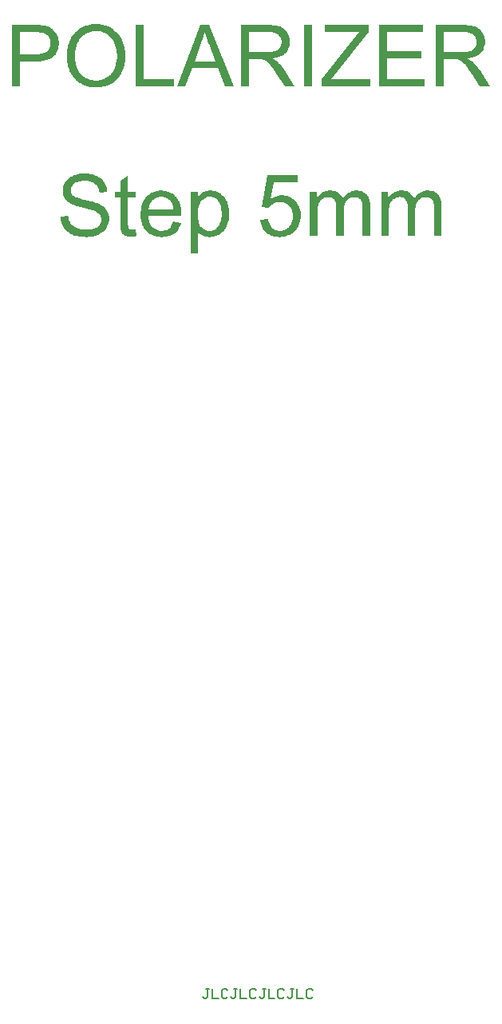
<source format=gto>
G04*
G04 #@! TF.GenerationSoftware,Altium Limited,Altium Designer,19.1.5 (86)*
G04*
G04 Layer_Color=65535*
%FSLAX25Y25*%
%MOIN*%
G70*
G01*
G75*
%ADD10C,0.00787*%
G36*
X85995Y44122D02*
X86301D01*
X86662Y44095D01*
X87078Y44067D01*
X87912Y43984D01*
X88772Y43845D01*
X89605Y43678D01*
X89966Y43567D01*
X90328Y43456D01*
X90355D01*
X90411Y43428D01*
X90494Y43373D01*
X90633Y43317D01*
X90966Y43150D01*
X91355Y42901D01*
X91827Y42567D01*
X92299Y42123D01*
X92771Y41623D01*
X93188Y41012D01*
Y40984D01*
X93243Y40929D01*
X93299Y40846D01*
X93354Y40707D01*
X93438Y40540D01*
X93521Y40346D01*
X93632Y40124D01*
X93743Y39874D01*
X93938Y39290D01*
X94104Y38652D01*
X94215Y37930D01*
X94271Y37152D01*
Y37124D01*
Y37041D01*
Y36874D01*
X94243Y36708D01*
X94215Y36458D01*
X94188Y36180D01*
X94132Y35875D01*
X94049Y35541D01*
X93827Y34819D01*
X93688Y34431D01*
X93521Y34042D01*
X93327Y33653D01*
X93077Y33264D01*
X92799Y32903D01*
X92494Y32542D01*
X92466Y32515D01*
X92410Y32459D01*
X92299Y32376D01*
X92160Y32237D01*
X91966Y32098D01*
X91744Y31931D01*
X91466Y31737D01*
X91133Y31543D01*
X90772Y31348D01*
X90383Y31154D01*
X89939Y30959D01*
X89439Y30765D01*
X88911Y30599D01*
X88328Y30432D01*
X87689Y30293D01*
X87023Y30182D01*
X87051D01*
X87078Y30154D01*
X87245Y30071D01*
X87495Y29932D01*
X87801Y29765D01*
X88134Y29571D01*
X88467Y29377D01*
X88800Y29127D01*
X89078Y28905D01*
X89106Y28877D01*
X89134Y28849D01*
X89217Y28766D01*
X89328Y28655D01*
X89467Y28516D01*
X89633Y28349D01*
X89994Y27960D01*
X90411Y27460D01*
X90883Y26877D01*
X91383Y26211D01*
X91883Y25489D01*
X96326Y18519D01*
X92077D01*
X88689Y23850D01*
X88661Y23878D01*
X88634Y23961D01*
X88550Y24072D01*
X88439Y24239D01*
X88328Y24433D01*
X88161Y24656D01*
X87828Y25155D01*
X87440Y25739D01*
X87051Y26322D01*
X86634Y26877D01*
X86245Y27377D01*
Y27405D01*
X86190Y27433D01*
X86079Y27571D01*
X85912Y27794D01*
X85662Y28044D01*
X85412Y28321D01*
X85107Y28599D01*
X84801Y28877D01*
X84524Y29071D01*
X84496Y29099D01*
X84385Y29154D01*
X84246Y29238D01*
X84052Y29349D01*
X83802Y29460D01*
X83552Y29571D01*
X83274Y29682D01*
X82968Y29765D01*
X82941D01*
X82857Y29793D01*
X82719Y29821D01*
X82524Y29849D01*
X82247D01*
X81913Y29876D01*
X81524Y29904D01*
X77165D01*
Y18519D01*
X73777D01*
Y44150D01*
X85690D01*
X85995Y44122D01*
D02*
G37*
G36*
X68473Y41123D02*
X53310D01*
Y33292D01*
X67501D01*
Y30265D01*
X53310D01*
Y21545D01*
X69056D01*
Y18519D01*
X49922D01*
Y44150D01*
X68473D01*
Y41123D01*
D02*
G37*
G36*
X45785D02*
X31372Y23350D01*
X29844Y21545D01*
X46201D01*
Y18519D01*
X25957D01*
Y21656D01*
X39064Y38041D01*
X39092Y38069D01*
X39120Y38124D01*
X39203Y38207D01*
X39314Y38346D01*
X39425Y38485D01*
X39564Y38680D01*
X39925Y39096D01*
X40314Y39568D01*
X40786Y40096D01*
X41258Y40623D01*
X41730Y41123D01*
X27428D01*
Y44150D01*
X45785D01*
Y41123D01*
D02*
G37*
G36*
X22013Y18519D02*
X18625D01*
Y44150D01*
X22013D01*
Y18519D01*
D02*
G37*
G36*
X4463Y44122D02*
X4768D01*
X5129Y44095D01*
X5546Y44067D01*
X6379Y43984D01*
X7240Y43845D01*
X8073Y43678D01*
X8434Y43567D01*
X8795Y43456D01*
X8823D01*
X8878Y43428D01*
X8962Y43373D01*
X9100Y43317D01*
X9433Y43150D01*
X9822Y42901D01*
X10294Y42567D01*
X10767Y42123D01*
X11239Y41623D01*
X11655Y41012D01*
Y40984D01*
X11711Y40929D01*
X11766Y40846D01*
X11822Y40707D01*
X11905Y40540D01*
X11988Y40346D01*
X12100Y40124D01*
X12211Y39874D01*
X12405Y39290D01*
X12572Y38652D01*
X12683Y37930D01*
X12738Y37152D01*
Y37124D01*
Y37041D01*
Y36874D01*
X12710Y36708D01*
X12683Y36458D01*
X12655Y36180D01*
X12599Y35875D01*
X12516Y35541D01*
X12294Y34819D01*
X12155Y34431D01*
X11988Y34042D01*
X11794Y33653D01*
X11544Y33264D01*
X11266Y32903D01*
X10961Y32542D01*
X10933Y32515D01*
X10878Y32459D01*
X10767Y32376D01*
X10628Y32237D01*
X10433Y32098D01*
X10211Y31931D01*
X9933Y31737D01*
X9600Y31543D01*
X9239Y31348D01*
X8850Y31154D01*
X8406Y30959D01*
X7906Y30765D01*
X7379Y30599D01*
X6795Y30432D01*
X6157Y30293D01*
X5490Y30182D01*
X5518D01*
X5546Y30154D01*
X5712Y30071D01*
X5962Y29932D01*
X6268Y29765D01*
X6601Y29571D01*
X6934Y29377D01*
X7267Y29127D01*
X7545Y28905D01*
X7573Y28877D01*
X7601Y28849D01*
X7684Y28766D01*
X7795Y28655D01*
X7934Y28516D01*
X8101Y28349D01*
X8462Y27960D01*
X8878Y27460D01*
X9350Y26877D01*
X9850Y26211D01*
X10350Y25489D01*
X14793Y18519D01*
X10544D01*
X7156Y23850D01*
X7129Y23878D01*
X7101Y23961D01*
X7018Y24072D01*
X6906Y24239D01*
X6795Y24433D01*
X6629Y24656D01*
X6295Y25155D01*
X5907Y25739D01*
X5518Y26322D01*
X5101Y26877D01*
X4713Y27377D01*
Y27405D01*
X4657Y27433D01*
X4546Y27571D01*
X4379Y27794D01*
X4129Y28044D01*
X3880Y28321D01*
X3574Y28599D01*
X3269Y28877D01*
X2991Y29071D01*
X2963Y29099D01*
X2852Y29154D01*
X2713Y29238D01*
X2519Y29349D01*
X2269Y29460D01*
X2019Y29571D01*
X1741Y29682D01*
X1436Y29765D01*
X1408D01*
X1325Y29793D01*
X1186Y29821D01*
X991Y29849D01*
X714D01*
X381Y29876D01*
X-8Y29904D01*
X-4368D01*
Y18519D01*
X-7756D01*
Y44150D01*
X4157D01*
X4463Y44122D01*
D02*
G37*
G36*
X-10505Y18519D02*
X-14365D01*
X-17337Y26266D01*
X-28111D01*
X-30889Y18519D01*
X-34471D01*
X-24668Y44150D01*
X-21002D01*
X-10505Y18519D01*
D02*
G37*
G36*
X-48356Y21545D02*
X-35721D01*
Y18519D01*
X-51744D01*
Y44150D01*
X-48356D01*
Y21545D01*
D02*
G37*
G36*
X-92232Y44122D02*
X-91594Y44095D01*
X-90955Y44039D01*
X-90344Y43984D01*
X-90039Y43956D01*
X-89789Y43900D01*
X-89761D01*
X-89705Y43872D01*
X-89594D01*
X-89483Y43845D01*
X-89317Y43789D01*
X-89122Y43761D01*
X-88678Y43623D01*
X-88178Y43456D01*
X-87650Y43234D01*
X-87123Y42984D01*
X-86623Y42678D01*
X-86595D01*
X-86567Y42651D01*
X-86401Y42512D01*
X-86179Y42317D01*
X-85873Y42040D01*
X-85568Y41706D01*
X-85207Y41262D01*
X-84873Y40790D01*
X-84568Y40207D01*
Y40179D01*
X-84540Y40124D01*
X-84485Y40040D01*
X-84429Y39929D01*
X-84373Y39790D01*
X-84318Y39596D01*
X-84151Y39179D01*
X-84013Y38652D01*
X-83874Y38069D01*
X-83790Y37402D01*
X-83763Y36708D01*
Y36680D01*
Y36569D01*
Y36402D01*
X-83790Y36152D01*
X-83818Y35875D01*
X-83874Y35569D01*
X-83929Y35208D01*
X-84013Y34792D01*
X-84124Y34375D01*
X-84262Y33931D01*
X-84429Y33487D01*
X-84651Y33014D01*
X-84873Y32542D01*
X-85151Y32070D01*
X-85484Y31626D01*
X-85845Y31182D01*
X-85873Y31154D01*
X-85956Y31098D01*
X-86067Y30987D01*
X-86262Y30821D01*
X-86484Y30654D01*
X-86790Y30460D01*
X-87151Y30265D01*
X-87567Y30071D01*
X-88067Y29849D01*
X-88595Y29654D01*
X-89233Y29460D01*
X-89900Y29293D01*
X-90677Y29154D01*
X-91510Y29043D01*
X-92399Y28960D01*
X-93399Y28932D01*
X-99953D01*
Y18519D01*
X-103340D01*
Y44150D01*
X-92788D01*
X-92232Y44122D01*
D02*
G37*
G36*
X-67628Y44567D02*
X-67295Y44539D01*
X-66934Y44511D01*
X-66545Y44456D01*
X-66101Y44372D01*
X-65601Y44289D01*
X-65101Y44178D01*
X-64574Y44039D01*
X-64018Y43872D01*
X-63463Y43678D01*
X-62907Y43456D01*
X-62380Y43206D01*
X-61824Y42901D01*
X-61796Y42873D01*
X-61685Y42817D01*
X-61547Y42734D01*
X-61352Y42595D01*
X-61102Y42428D01*
X-60852Y42206D01*
X-60547Y41956D01*
X-60214Y41679D01*
X-59853Y41345D01*
X-59492Y40984D01*
X-59131Y40596D01*
X-58770Y40179D01*
X-58436Y39735D01*
X-58075Y39235D01*
X-57770Y38707D01*
X-57464Y38152D01*
X-57437Y38124D01*
X-57409Y38013D01*
X-57326Y37846D01*
X-57242Y37624D01*
X-57103Y37347D01*
X-56992Y36986D01*
X-56853Y36597D01*
X-56715Y36152D01*
X-56576Y35680D01*
X-56437Y35153D01*
X-56298Y34570D01*
X-56187Y33986D01*
X-56104Y33348D01*
X-56020Y32681D01*
X-55993Y32015D01*
X-55965Y31293D01*
Y31237D01*
Y31126D01*
Y30904D01*
X-55993Y30626D01*
X-56020Y30293D01*
X-56048Y29904D01*
X-56104Y29460D01*
X-56159Y28960D01*
X-56243Y28432D01*
X-56354Y27877D01*
X-56465Y27294D01*
X-56631Y26711D01*
X-56826Y26100D01*
X-57020Y25517D01*
X-57270Y24906D01*
X-57548Y24322D01*
X-57576Y24295D01*
X-57631Y24184D01*
X-57714Y24017D01*
X-57825Y23823D01*
X-57992Y23573D01*
X-58186Y23267D01*
X-58436Y22934D01*
X-58686Y22573D01*
X-58992Y22212D01*
X-59325Y21823D01*
X-59714Y21434D01*
X-60102Y21046D01*
X-60519Y20685D01*
X-60991Y20324D01*
X-61491Y19963D01*
X-62019Y19657D01*
X-62046Y19629D01*
X-62157Y19602D01*
X-62296Y19518D01*
X-62519Y19407D01*
X-62796Y19296D01*
X-63102Y19157D01*
X-63463Y19018D01*
X-63879Y18880D01*
X-64324Y18741D01*
X-64796Y18602D01*
X-65323Y18463D01*
X-65851Y18352D01*
X-67017Y18158D01*
X-67628Y18130D01*
X-68239Y18102D01*
X-68600D01*
X-68850Y18130D01*
X-69156Y18158D01*
X-69544Y18185D01*
X-69933Y18241D01*
X-70405Y18324D01*
X-70877Y18407D01*
X-71405Y18519D01*
X-71933Y18657D01*
X-72488Y18824D01*
X-73043Y19018D01*
X-73599Y19268D01*
X-74154Y19518D01*
X-74710Y19824D01*
X-74737Y19851D01*
X-74821Y19907D01*
X-74987Y20018D01*
X-75182Y20157D01*
X-75404Y20324D01*
X-75682Y20546D01*
X-75987Y20796D01*
X-76320Y21073D01*
X-76681Y21407D01*
X-77014Y21768D01*
X-77376Y22156D01*
X-77737Y22573D01*
X-78097Y23045D01*
X-78431Y23517D01*
X-78736Y24045D01*
X-79042Y24600D01*
X-79069Y24628D01*
X-79097Y24739D01*
X-79181Y24906D01*
X-79264Y25128D01*
X-79375Y25405D01*
X-79486Y25739D01*
X-79625Y26100D01*
X-79764Y26544D01*
X-79902Y26988D01*
X-80041Y27488D01*
X-80152Y28016D01*
X-80264Y28571D01*
X-80430Y29738D01*
X-80458Y30376D01*
X-80486Y30987D01*
Y31015D01*
Y31071D01*
Y31154D01*
Y31265D01*
X-80458Y31431D01*
Y31598D01*
X-80430Y32043D01*
X-80375Y32570D01*
X-80291Y33209D01*
X-80208Y33875D01*
X-80069Y34625D01*
X-79875Y35430D01*
X-79653Y36236D01*
X-79375Y37069D01*
X-79042Y37902D01*
X-78653Y38735D01*
X-78209Y39513D01*
X-77681Y40290D01*
X-77070Y40984D01*
X-77042Y41012D01*
X-76903Y41151D01*
X-76709Y41318D01*
X-76459Y41540D01*
X-76098Y41818D01*
X-75709Y42123D01*
X-75237Y42456D01*
X-74682Y42790D01*
X-74071Y43123D01*
X-73404Y43456D01*
X-72682Y43761D01*
X-71877Y44039D01*
X-71044Y44261D01*
X-70155Y44428D01*
X-69211Y44567D01*
X-68211Y44594D01*
X-67878D01*
X-67628Y44567D01*
D02*
G37*
G36*
X-72418Y-17810D02*
X-72113Y-17838D01*
X-71808Y-17866D01*
X-71447Y-17894D01*
X-70669Y-18005D01*
X-69808Y-18171D01*
X-68947Y-18421D01*
X-68114Y-18727D01*
X-68086D01*
X-68031Y-18782D01*
X-67892Y-18810D01*
X-67753Y-18893D01*
X-67586Y-19004D01*
X-67364Y-19115D01*
X-66892Y-19393D01*
X-66337Y-19782D01*
X-65781Y-20254D01*
X-65254Y-20782D01*
X-64782Y-21420D01*
X-64754Y-21448D01*
X-64726Y-21504D01*
X-64671Y-21587D01*
X-64587Y-21726D01*
X-64504Y-21892D01*
X-64393Y-22087D01*
X-64310Y-22337D01*
X-64171Y-22587D01*
X-63949Y-23170D01*
X-63754Y-23864D01*
X-63588Y-24614D01*
X-63504Y-25447D01*
X-66753Y-25697D01*
Y-25669D01*
X-66781Y-25586D01*
Y-25475D01*
X-66809Y-25308D01*
X-66865Y-25086D01*
X-66920Y-24864D01*
X-67087Y-24336D01*
X-67309Y-23753D01*
X-67642Y-23142D01*
X-68031Y-22559D01*
X-68281Y-22309D01*
X-68559Y-22059D01*
X-68586Y-22031D01*
X-68614Y-22004D01*
X-68725Y-21948D01*
X-68836Y-21865D01*
X-69003Y-21781D01*
X-69197Y-21670D01*
X-69419Y-21559D01*
X-69669Y-21420D01*
X-69975Y-21309D01*
X-70308Y-21198D01*
X-70669Y-21087D01*
X-71058Y-21004D01*
X-71502Y-20920D01*
X-71974Y-20865D01*
X-72474Y-20809D01*
X-73279D01*
X-73501Y-20837D01*
X-73751D01*
X-74029Y-20865D01*
X-74362Y-20893D01*
X-74696Y-20948D01*
X-75445Y-21087D01*
X-76168Y-21282D01*
X-76862Y-21559D01*
X-77195Y-21754D01*
X-77473Y-21948D01*
X-77500D01*
X-77528Y-22004D01*
X-77695Y-22142D01*
X-77917Y-22392D01*
X-78167Y-22726D01*
X-78417Y-23114D01*
X-78639Y-23586D01*
X-78806Y-24086D01*
X-78833Y-24364D01*
X-78861Y-24669D01*
Y-24697D01*
Y-24725D01*
X-78833Y-24892D01*
X-78806Y-25142D01*
X-78750Y-25447D01*
X-78611Y-25808D01*
X-78445Y-26197D01*
X-78223Y-26558D01*
X-77889Y-26919D01*
X-77834Y-26946D01*
X-77778Y-27002D01*
X-77667Y-27085D01*
X-77528Y-27169D01*
X-77362Y-27252D01*
X-77139Y-27363D01*
X-76889Y-27502D01*
X-76584Y-27641D01*
X-76223Y-27780D01*
X-75806Y-27918D01*
X-75334Y-28085D01*
X-74779Y-28252D01*
X-74196Y-28418D01*
X-73529Y-28613D01*
X-72780Y-28779D01*
X-72724D01*
X-72585Y-28807D01*
X-72391Y-28863D01*
X-72113Y-28946D01*
X-71780Y-29002D01*
X-71391Y-29113D01*
X-70974Y-29196D01*
X-70530Y-29335D01*
X-69586Y-29585D01*
X-68642Y-29835D01*
X-68198Y-29974D01*
X-67809Y-30112D01*
X-67420Y-30251D01*
X-67114Y-30390D01*
X-67087D01*
X-67003Y-30446D01*
X-66892Y-30501D01*
X-66753Y-30584D01*
X-66559Y-30668D01*
X-66337Y-30807D01*
X-65865Y-31112D01*
X-65309Y-31473D01*
X-64782Y-31917D01*
X-64254Y-32445D01*
X-64032Y-32723D01*
X-63810Y-33000D01*
Y-33028D01*
X-63754Y-33084D01*
X-63699Y-33167D01*
X-63643Y-33278D01*
X-63560Y-33417D01*
X-63477Y-33611D01*
X-63254Y-34056D01*
X-63060Y-34583D01*
X-62893Y-35194D01*
X-62782Y-35888D01*
X-62727Y-36638D01*
Y-36666D01*
Y-36722D01*
Y-36833D01*
X-62755Y-36972D01*
Y-37166D01*
X-62782Y-37360D01*
X-62866Y-37888D01*
X-63004Y-38471D01*
X-63227Y-39110D01*
X-63532Y-39776D01*
X-63699Y-40137D01*
X-63921Y-40470D01*
Y-40498D01*
X-63976Y-40554D01*
X-64032Y-40637D01*
X-64143Y-40776D01*
X-64393Y-41082D01*
X-64782Y-41498D01*
X-65254Y-41942D01*
X-65837Y-42414D01*
X-66504Y-42859D01*
X-67281Y-43275D01*
X-67309D01*
X-67392Y-43331D01*
X-67503Y-43359D01*
X-67670Y-43442D01*
X-67864Y-43497D01*
X-68114Y-43581D01*
X-68392Y-43692D01*
X-68725Y-43775D01*
X-69058Y-43859D01*
X-69447Y-43970D01*
X-70280Y-44108D01*
X-71197Y-44219D01*
X-72196Y-44275D01*
X-72530D01*
X-72780Y-44247D01*
X-73085D01*
X-73418Y-44219D01*
X-73807Y-44192D01*
X-74251Y-44136D01*
X-75168Y-44025D01*
X-76140Y-43859D01*
X-77112Y-43608D01*
X-78056Y-43275D01*
X-78084D01*
X-78167Y-43220D01*
X-78278Y-43164D01*
X-78445Y-43081D01*
X-78639Y-42970D01*
X-78861Y-42859D01*
X-79389Y-42526D01*
X-79972Y-42109D01*
X-80583Y-41581D01*
X-81194Y-40970D01*
X-81722Y-40248D01*
X-81749Y-40221D01*
X-81777Y-40165D01*
X-81833Y-40054D01*
X-81916Y-39887D01*
X-82027Y-39693D01*
X-82138Y-39471D01*
X-82277Y-39193D01*
X-82388Y-38888D01*
X-82527Y-38582D01*
X-82638Y-38221D01*
X-82860Y-37416D01*
X-83027Y-36555D01*
X-83082Y-36083D01*
X-83110Y-35611D01*
X-79916Y-35333D01*
Y-35361D01*
Y-35416D01*
X-79889Y-35528D01*
X-79861Y-35666D01*
X-79833Y-35833D01*
X-79805Y-36000D01*
X-79694Y-36472D01*
X-79555Y-36972D01*
X-79389Y-37499D01*
X-79167Y-38027D01*
X-78889Y-38527D01*
X-78861Y-38582D01*
X-78722Y-38721D01*
X-78528Y-38943D01*
X-78250Y-39221D01*
X-77889Y-39554D01*
X-77445Y-39860D01*
X-76917Y-40193D01*
X-76306Y-40498D01*
X-76279D01*
X-76223Y-40526D01*
X-76140Y-40554D01*
X-76001Y-40609D01*
X-75834Y-40665D01*
X-75640Y-40748D01*
X-75418Y-40804D01*
X-75168Y-40859D01*
X-74585Y-40998D01*
X-73890Y-41137D01*
X-73168Y-41220D01*
X-72363Y-41248D01*
X-72030D01*
X-71863Y-41220D01*
X-71669D01*
X-71224Y-41165D01*
X-70697Y-41109D01*
X-70114Y-41026D01*
X-69530Y-40887D01*
X-68975Y-40693D01*
X-68947D01*
X-68919Y-40665D01*
X-68836Y-40637D01*
X-68725Y-40582D01*
X-68475Y-40443D01*
X-68142Y-40276D01*
X-67781Y-40054D01*
X-67392Y-39776D01*
X-67059Y-39471D01*
X-66753Y-39110D01*
X-66726Y-39054D01*
X-66642Y-38943D01*
X-66504Y-38721D01*
X-66365Y-38443D01*
X-66254Y-38110D01*
X-66115Y-37749D01*
X-66031Y-37332D01*
X-66004Y-36916D01*
Y-36888D01*
Y-36860D01*
Y-36722D01*
X-66031Y-36472D01*
X-66087Y-36194D01*
X-66170Y-35861D01*
X-66309Y-35500D01*
X-66476Y-35139D01*
X-66726Y-34806D01*
X-66753Y-34778D01*
X-66865Y-34667D01*
X-67031Y-34500D01*
X-67281Y-34278D01*
X-67586Y-34056D01*
X-68003Y-33806D01*
X-68475Y-33556D01*
X-69031Y-33306D01*
X-69086Y-33278D01*
X-69142Y-33250D01*
X-69253Y-33223D01*
X-69364Y-33195D01*
X-69530Y-33139D01*
X-69753Y-33056D01*
X-69975Y-33000D01*
X-70280Y-32917D01*
X-70586Y-32806D01*
X-70974Y-32723D01*
X-71391Y-32612D01*
X-71863Y-32473D01*
X-72363Y-32362D01*
X-72946Y-32195D01*
X-73585Y-32056D01*
X-73613D01*
X-73724Y-32028D01*
X-73918Y-31973D01*
X-74140Y-31917D01*
X-74446Y-31834D01*
X-74779Y-31751D01*
X-75112Y-31640D01*
X-75501Y-31529D01*
X-76334Y-31279D01*
X-77139Y-31001D01*
X-77528Y-30862D01*
X-77889Y-30723D01*
X-78223Y-30584D01*
X-78500Y-30446D01*
X-78528D01*
X-78584Y-30390D01*
X-78667Y-30334D01*
X-78806Y-30279D01*
X-79139Y-30085D01*
X-79528Y-29807D01*
X-80000Y-29446D01*
X-80444Y-29057D01*
X-80888Y-28585D01*
X-81249Y-28085D01*
Y-28057D01*
X-81277Y-28030D01*
X-81333Y-27946D01*
X-81388Y-27835D01*
X-81527Y-27530D01*
X-81694Y-27141D01*
X-81860Y-26669D01*
X-81999Y-26113D01*
X-82110Y-25502D01*
X-82138Y-24864D01*
Y-24836D01*
Y-24780D01*
Y-24669D01*
X-82110Y-24531D01*
Y-24364D01*
X-82082Y-24170D01*
X-81999Y-23670D01*
X-81860Y-23114D01*
X-81694Y-22531D01*
X-81416Y-21892D01*
X-81055Y-21254D01*
Y-21226D01*
X-80999Y-21170D01*
X-80944Y-21087D01*
X-80861Y-20976D01*
X-80583Y-20671D01*
X-80222Y-20282D01*
X-79778Y-19865D01*
X-79222Y-19449D01*
X-78584Y-19032D01*
X-77834Y-18671D01*
X-77806D01*
X-77750Y-18643D01*
X-77612Y-18588D01*
X-77473Y-18532D01*
X-77278Y-18477D01*
X-77028Y-18393D01*
X-76751Y-18310D01*
X-76445Y-18227D01*
X-76112Y-18144D01*
X-75751Y-18060D01*
X-74973Y-17921D01*
X-74085Y-17810D01*
X-73141Y-17782D01*
X-72668D01*
X-72418Y-17810D01*
D02*
G37*
G36*
X-20044Y-24892D02*
X-19822D01*
X-19572Y-24919D01*
X-19322Y-24975D01*
X-19017Y-25030D01*
X-18350Y-25169D01*
X-17656Y-25391D01*
X-16934Y-25697D01*
X-16573Y-25891D01*
X-16240Y-26113D01*
X-16212D01*
X-16157Y-26169D01*
X-16073Y-26252D01*
X-15934Y-26336D01*
X-15601Y-26613D01*
X-15212Y-27002D01*
X-14768Y-27502D01*
X-14296Y-28085D01*
X-13879Y-28779D01*
X-13491Y-29557D01*
Y-29585D01*
X-13463Y-29668D01*
X-13407Y-29779D01*
X-13352Y-29946D01*
X-13268Y-30140D01*
X-13185Y-30390D01*
X-13102Y-30696D01*
X-13018Y-31001D01*
X-12935Y-31362D01*
X-12852Y-31723D01*
X-12685Y-32556D01*
X-12574Y-33472D01*
X-12546Y-34444D01*
Y-34472D01*
Y-34583D01*
Y-34722D01*
X-12574Y-34916D01*
Y-35166D01*
X-12602Y-35472D01*
X-12630Y-35805D01*
X-12685Y-36166D01*
X-12796Y-36944D01*
X-12991Y-37805D01*
X-13241Y-38693D01*
X-13574Y-39582D01*
Y-39610D01*
X-13629Y-39693D01*
X-13685Y-39804D01*
X-13768Y-39943D01*
X-13879Y-40137D01*
X-13990Y-40359D01*
X-14324Y-40859D01*
X-14740Y-41442D01*
X-15268Y-42026D01*
X-15851Y-42581D01*
X-16545Y-43081D01*
X-16573D01*
X-16629Y-43137D01*
X-16740Y-43192D01*
X-16879Y-43275D01*
X-17073Y-43359D01*
X-17267Y-43470D01*
X-17517Y-43553D01*
X-17795Y-43664D01*
X-18406Y-43886D01*
X-19100Y-44081D01*
X-19850Y-44219D01*
X-20239Y-44247D01*
X-20655Y-44275D01*
X-20933D01*
X-21211Y-44247D01*
X-21599Y-44192D01*
X-22044Y-44108D01*
X-22516Y-43997D01*
X-23016Y-43859D01*
X-23488Y-43636D01*
X-23543Y-43608D01*
X-23682Y-43525D01*
X-23932Y-43359D01*
X-24210Y-43164D01*
X-24543Y-42942D01*
X-24876Y-42637D01*
X-25210Y-42303D01*
X-25515Y-41942D01*
Y-50968D01*
X-28653D01*
Y-25280D01*
X-25793D01*
Y-27696D01*
X-25737Y-27669D01*
X-25626Y-27502D01*
X-25404Y-27224D01*
X-25126Y-26919D01*
X-24793Y-26586D01*
X-24404Y-26224D01*
X-23988Y-25891D01*
X-23516Y-25586D01*
X-23488D01*
X-23460Y-25558D01*
X-23293Y-25475D01*
X-23016Y-25364D01*
X-22655Y-25225D01*
X-22210Y-25086D01*
X-21683Y-24975D01*
X-21072Y-24892D01*
X-20433Y-24864D01*
X-20211D01*
X-20044Y-24892D01*
D02*
G37*
G36*
X70791D02*
X71041Y-24919D01*
X71291Y-24947D01*
X71597Y-25003D01*
X71930Y-25058D01*
X72596Y-25253D01*
X73318Y-25530D01*
X73652Y-25697D01*
X73985Y-25891D01*
X74318Y-26141D01*
X74596Y-26419D01*
X74624Y-26447D01*
X74651Y-26502D01*
X74735Y-26586D01*
X74818Y-26697D01*
X74957Y-26863D01*
X75068Y-27058D01*
X75207Y-27308D01*
X75346Y-27585D01*
X75485Y-27891D01*
X75623Y-28224D01*
X75762Y-28613D01*
X75873Y-29029D01*
X75957Y-29501D01*
X76040Y-30001D01*
X76068Y-30529D01*
X76095Y-31112D01*
Y-43859D01*
X72957D01*
Y-32167D01*
Y-32140D01*
Y-32084D01*
Y-31973D01*
Y-31862D01*
X72930Y-31529D01*
Y-31112D01*
X72874Y-30668D01*
X72819Y-30223D01*
X72763Y-29807D01*
X72652Y-29446D01*
Y-29418D01*
X72596Y-29307D01*
X72513Y-29168D01*
X72402Y-28974D01*
X72235Y-28752D01*
X72069Y-28529D01*
X71819Y-28307D01*
X71541Y-28113D01*
X71513Y-28085D01*
X71402Y-28030D01*
X71236Y-27946D01*
X71013Y-27835D01*
X70736Y-27752D01*
X70403Y-27669D01*
X70042Y-27613D01*
X69653Y-27585D01*
X69458D01*
X69320Y-27613D01*
X69153D01*
X68959Y-27641D01*
X68514Y-27752D01*
X67987Y-27891D01*
X67431Y-28141D01*
X66904Y-28446D01*
X66626Y-28668D01*
X66376Y-28890D01*
Y-28918D01*
X66320Y-28946D01*
X66265Y-29029D01*
X66182Y-29140D01*
X66070Y-29279D01*
X65959Y-29446D01*
X65848Y-29668D01*
X65737Y-29890D01*
X65598Y-30168D01*
X65487Y-30473D01*
X65376Y-30834D01*
X65265Y-31195D01*
X65182Y-31612D01*
X65126Y-32084D01*
X65099Y-32556D01*
X65071Y-33084D01*
Y-43859D01*
X61933D01*
Y-31806D01*
Y-31778D01*
Y-31723D01*
Y-31612D01*
Y-31445D01*
X61905Y-31279D01*
Y-31084D01*
X61849Y-30612D01*
X61738Y-30112D01*
X61599Y-29585D01*
X61405Y-29085D01*
X61155Y-28640D01*
X61127Y-28585D01*
X61016Y-28474D01*
X60822Y-28307D01*
X60572Y-28113D01*
X60211Y-27918D01*
X59794Y-27752D01*
X59267Y-27641D01*
X58656Y-27585D01*
X58434D01*
X58184Y-27613D01*
X57850Y-27669D01*
X57462Y-27752D01*
X57045Y-27891D01*
X56629Y-28057D01*
X56184Y-28307D01*
X56129Y-28335D01*
X55990Y-28446D01*
X55796Y-28585D01*
X55573Y-28835D01*
X55296Y-29113D01*
X55018Y-29474D01*
X54768Y-29890D01*
X54546Y-30362D01*
Y-30390D01*
X54518Y-30418D01*
X54490Y-30501D01*
X54463Y-30612D01*
X54435Y-30751D01*
X54379Y-30918D01*
X54352Y-31112D01*
X54296Y-31334D01*
X54240Y-31612D01*
X54213Y-31890D01*
X54157Y-32195D01*
X54129Y-32556D01*
X54102Y-32917D01*
X54074Y-33334D01*
X54046Y-33750D01*
Y-34222D01*
Y-43859D01*
X50908D01*
Y-25280D01*
X53713D01*
Y-27863D01*
X53768Y-27835D01*
X53879Y-27669D01*
X54074Y-27419D01*
X54352Y-27113D01*
X54685Y-26752D01*
X55074Y-26391D01*
X55518Y-26030D01*
X56046Y-25697D01*
X56073D01*
X56101Y-25669D01*
X56184Y-25614D01*
X56295Y-25558D01*
X56434Y-25502D01*
X56601Y-25419D01*
X56990Y-25280D01*
X57490Y-25114D01*
X58045Y-25003D01*
X58684Y-24892D01*
X59350Y-24864D01*
X59683D01*
X59878Y-24892D01*
X60072Y-24919D01*
X60544Y-24975D01*
X61072Y-25086D01*
X61627Y-25225D01*
X62183Y-25447D01*
X62710Y-25725D01*
X62738D01*
X62766Y-25752D01*
X62932Y-25891D01*
X63155Y-26086D01*
X63460Y-26336D01*
X63766Y-26697D01*
X64071Y-27085D01*
X64349Y-27558D01*
X64599Y-28113D01*
X64626Y-28085D01*
X64710Y-27974D01*
X64821Y-27807D01*
X65015Y-27613D01*
X65210Y-27363D01*
X65487Y-27085D01*
X65793Y-26780D01*
X66154Y-26474D01*
X66543Y-26197D01*
X66987Y-25891D01*
X67459Y-25614D01*
X67959Y-25364D01*
X68514Y-25169D01*
X69097Y-25003D01*
X69708Y-24892D01*
X70347Y-24864D01*
X70625D01*
X70791Y-24892D01*
D02*
G37*
G36*
X40966D02*
X41216Y-24919D01*
X41466Y-24947D01*
X41772Y-25003D01*
X42105Y-25058D01*
X42771Y-25253D01*
X43494Y-25530D01*
X43827Y-25697D01*
X44160Y-25891D01*
X44493Y-26141D01*
X44771Y-26419D01*
X44799Y-26447D01*
X44826Y-26502D01*
X44910Y-26586D01*
X44993Y-26697D01*
X45132Y-26863D01*
X45243Y-27058D01*
X45382Y-27308D01*
X45521Y-27585D01*
X45660Y-27891D01*
X45798Y-28224D01*
X45937Y-28613D01*
X46048Y-29029D01*
X46132Y-29501D01*
X46215Y-30001D01*
X46243Y-30529D01*
X46270Y-31112D01*
Y-43859D01*
X43132D01*
Y-32167D01*
Y-32140D01*
Y-32084D01*
Y-31973D01*
Y-31862D01*
X43105Y-31529D01*
Y-31112D01*
X43049Y-30668D01*
X42994Y-30223D01*
X42938Y-29807D01*
X42827Y-29446D01*
Y-29418D01*
X42771Y-29307D01*
X42688Y-29168D01*
X42577Y-28974D01*
X42410Y-28752D01*
X42244Y-28529D01*
X41994Y-28307D01*
X41716Y-28113D01*
X41688Y-28085D01*
X41577Y-28030D01*
X41411Y-27946D01*
X41188Y-27835D01*
X40911Y-27752D01*
X40578Y-27669D01*
X40217Y-27613D01*
X39828Y-27585D01*
X39633D01*
X39495Y-27613D01*
X39328D01*
X39134Y-27641D01*
X38689Y-27752D01*
X38162Y-27891D01*
X37606Y-28141D01*
X37079Y-28446D01*
X36801Y-28668D01*
X36551Y-28890D01*
Y-28918D01*
X36495Y-28946D01*
X36440Y-29029D01*
X36357Y-29140D01*
X36246Y-29279D01*
X36134Y-29446D01*
X36023Y-29668D01*
X35912Y-29890D01*
X35773Y-30168D01*
X35662Y-30473D01*
X35551Y-30834D01*
X35440Y-31195D01*
X35357Y-31612D01*
X35301Y-32084D01*
X35274Y-32556D01*
X35246Y-33084D01*
Y-43859D01*
X32108D01*
Y-31806D01*
Y-31778D01*
Y-31723D01*
Y-31612D01*
Y-31445D01*
X32080Y-31279D01*
Y-31084D01*
X32024Y-30612D01*
X31913Y-30112D01*
X31775Y-29585D01*
X31580Y-29085D01*
X31330Y-28640D01*
X31302Y-28585D01*
X31191Y-28474D01*
X30997Y-28307D01*
X30747Y-28113D01*
X30386Y-27918D01*
X29969Y-27752D01*
X29442Y-27641D01*
X28831Y-27585D01*
X28609D01*
X28359Y-27613D01*
X28026Y-27669D01*
X27637Y-27752D01*
X27220Y-27891D01*
X26804Y-28057D01*
X26359Y-28307D01*
X26304Y-28335D01*
X26165Y-28446D01*
X25971Y-28585D01*
X25748Y-28835D01*
X25471Y-29113D01*
X25193Y-29474D01*
X24943Y-29890D01*
X24721Y-30362D01*
Y-30390D01*
X24693Y-30418D01*
X24665Y-30501D01*
X24638Y-30612D01*
X24610Y-30751D01*
X24554Y-30918D01*
X24527Y-31112D01*
X24471Y-31334D01*
X24416Y-31612D01*
X24388Y-31890D01*
X24332Y-32195D01*
X24304Y-32556D01*
X24277Y-32917D01*
X24249Y-33334D01*
X24221Y-33750D01*
Y-34222D01*
Y-43859D01*
X21083D01*
Y-25280D01*
X23888D01*
Y-27863D01*
X23943Y-27835D01*
X24055Y-27669D01*
X24249Y-27419D01*
X24527Y-27113D01*
X24860Y-26752D01*
X25249Y-26391D01*
X25693Y-26030D01*
X26221Y-25697D01*
X26248D01*
X26276Y-25669D01*
X26359Y-25614D01*
X26470Y-25558D01*
X26609Y-25502D01*
X26776Y-25419D01*
X27165Y-25280D01*
X27665Y-25114D01*
X28220Y-25003D01*
X28859Y-24892D01*
X29525Y-24864D01*
X29858D01*
X30053Y-24892D01*
X30247Y-24919D01*
X30719Y-24975D01*
X31247Y-25086D01*
X31802Y-25225D01*
X32358Y-25447D01*
X32885Y-25725D01*
X32913D01*
X32941Y-25752D01*
X33108Y-25891D01*
X33330Y-26086D01*
X33635Y-26336D01*
X33941Y-26697D01*
X34246Y-27085D01*
X34524Y-27558D01*
X34774Y-28113D01*
X34801Y-28085D01*
X34885Y-27974D01*
X34996Y-27807D01*
X35190Y-27613D01*
X35385Y-27363D01*
X35662Y-27085D01*
X35968Y-26780D01*
X36329Y-26474D01*
X36718Y-26197D01*
X37162Y-25891D01*
X37634Y-25614D01*
X38134Y-25364D01*
X38689Y-25169D01*
X39272Y-25003D01*
X39883Y-24892D01*
X40522Y-24864D01*
X40800D01*
X40966Y-24892D01*
D02*
G37*
G36*
X16112Y-21559D02*
X5865D01*
X4504Y-28446D01*
X4532Y-28418D01*
X4615Y-28363D01*
X4727Y-28307D01*
X4893Y-28196D01*
X5115Y-28085D01*
X5365Y-27946D01*
X5643Y-27780D01*
X5976Y-27641D01*
X6309Y-27502D01*
X6698Y-27335D01*
X7503Y-27085D01*
X7948Y-26974D01*
X8392Y-26891D01*
X8864Y-26863D01*
X9336Y-26836D01*
X9475D01*
X9670Y-26863D01*
X9892D01*
X10170Y-26919D01*
X10503Y-26946D01*
X10892Y-27030D01*
X11280Y-27113D01*
X11725Y-27252D01*
X12169Y-27391D01*
X12641Y-27585D01*
X13113Y-27807D01*
X13585Y-28085D01*
X14057Y-28391D01*
X14529Y-28752D01*
X14974Y-29168D01*
X15001Y-29196D01*
X15085Y-29279D01*
X15196Y-29418D01*
X15335Y-29585D01*
X15529Y-29807D01*
X15723Y-30112D01*
X15918Y-30418D01*
X16140Y-30779D01*
X16362Y-31195D01*
X16557Y-31667D01*
X16779Y-32140D01*
X16945Y-32695D01*
X17084Y-33250D01*
X17195Y-33861D01*
X17279Y-34500D01*
X17306Y-35166D01*
Y-35194D01*
Y-35333D01*
Y-35500D01*
X17279Y-35750D01*
X17251Y-36055D01*
X17195Y-36388D01*
X17140Y-36777D01*
X17056Y-37221D01*
X16945Y-37666D01*
X16806Y-38166D01*
X16640Y-38666D01*
X16445Y-39165D01*
X16223Y-39665D01*
X15946Y-40193D01*
X15640Y-40693D01*
X15279Y-41165D01*
X15251Y-41192D01*
X15168Y-41304D01*
X15029Y-41442D01*
X14835Y-41637D01*
X14585Y-41887D01*
X14279Y-42137D01*
X13918Y-42442D01*
X13502Y-42720D01*
X13058Y-42998D01*
X12558Y-43303D01*
X12002Y-43553D01*
X11391Y-43775D01*
X10753Y-43997D01*
X10058Y-44136D01*
X9336Y-44247D01*
X8559Y-44275D01*
X8226D01*
X7976Y-44247D01*
X7670Y-44219D01*
X7337Y-44164D01*
X6948Y-44108D01*
X6532Y-44025D01*
X6087Y-43942D01*
X5615Y-43803D01*
X5143Y-43636D01*
X4671Y-43442D01*
X4199Y-43220D01*
X3727Y-42970D01*
X3283Y-42664D01*
X2838Y-42331D01*
X2810Y-42303D01*
X2755Y-42248D01*
X2644Y-42137D01*
X2505Y-41970D01*
X2310Y-41776D01*
X2116Y-41554D01*
X1922Y-41276D01*
X1700Y-40943D01*
X1477Y-40609D01*
X1255Y-40221D01*
X1061Y-39776D01*
X867Y-39332D01*
X672Y-38832D01*
X533Y-38304D01*
X422Y-37721D01*
X339Y-37138D01*
X3644Y-36888D01*
Y-36916D01*
X3671Y-36999D01*
X3699Y-37110D01*
X3727Y-37277D01*
X3755Y-37471D01*
X3838Y-37721D01*
X3977Y-38249D01*
X4199Y-38832D01*
X4504Y-39443D01*
X4865Y-39998D01*
X5088Y-40248D01*
X5310Y-40498D01*
X5337D01*
X5365Y-40554D01*
X5449Y-40609D01*
X5560Y-40693D01*
X5837Y-40887D01*
X6226Y-41082D01*
X6698Y-41304D01*
X7254Y-41498D01*
X7864Y-41637D01*
X8198Y-41665D01*
X8559Y-41692D01*
X8781D01*
X8948Y-41665D01*
X9142Y-41637D01*
X9364Y-41609D01*
X9892Y-41470D01*
X10503Y-41276D01*
X10808Y-41137D01*
X11141Y-40970D01*
X11475Y-40776D01*
X11780Y-40554D01*
X12086Y-40304D01*
X12391Y-39998D01*
X12419Y-39971D01*
X12447Y-39915D01*
X12530Y-39832D01*
X12641Y-39693D01*
X12752Y-39499D01*
X12891Y-39304D01*
X13030Y-39054D01*
X13196Y-38777D01*
X13335Y-38471D01*
X13474Y-38138D01*
X13613Y-37749D01*
X13724Y-37360D01*
X13835Y-36916D01*
X13918Y-36444D01*
X13946Y-35972D01*
X13974Y-35444D01*
Y-35416D01*
Y-35333D01*
Y-35194D01*
X13946Y-35000D01*
X13918Y-34778D01*
X13891Y-34500D01*
X13835Y-34222D01*
X13780Y-33889D01*
X13613Y-33223D01*
X13335Y-32500D01*
X13169Y-32167D01*
X12946Y-31834D01*
X12724Y-31501D01*
X12447Y-31195D01*
X12419Y-31168D01*
X12391Y-31140D01*
X12280Y-31056D01*
X12169Y-30945D01*
X12030Y-30834D01*
X11836Y-30696D01*
X11641Y-30557D01*
X11391Y-30390D01*
X11114Y-30251D01*
X10836Y-30112D01*
X10142Y-29862D01*
X9781Y-29751D01*
X9364Y-29668D01*
X8948Y-29640D01*
X8503Y-29612D01*
X8253D01*
X7948Y-29640D01*
X7587Y-29696D01*
X7142Y-29779D01*
X6670Y-29918D01*
X6198Y-30085D01*
X5726Y-30334D01*
X5671Y-30362D01*
X5532Y-30446D01*
X5310Y-30612D01*
X5032Y-30807D01*
X4754Y-31084D01*
X4421Y-31390D01*
X4116Y-31751D01*
X3838Y-32140D01*
X894Y-31723D01*
X3366Y-18560D01*
X16112D01*
Y-21559D01*
D02*
G37*
G36*
X-54840Y-25280D02*
X-51647D01*
Y-27724D01*
X-54840D01*
Y-38610D01*
Y-38638D01*
Y-38666D01*
Y-38832D01*
Y-39054D01*
X-54812Y-39332D01*
Y-39610D01*
X-54757Y-39887D01*
X-54729Y-40137D01*
X-54673Y-40332D01*
Y-40359D01*
X-54646Y-40387D01*
X-54535Y-40554D01*
X-54368Y-40748D01*
X-54146Y-40943D01*
X-54118D01*
X-54062Y-40970D01*
X-53979Y-40998D01*
X-53868Y-41054D01*
X-53702Y-41082D01*
X-53535Y-41137D01*
X-53313Y-41165D01*
X-52841D01*
X-52674Y-41137D01*
X-52480D01*
X-52230Y-41109D01*
X-51952Y-41082D01*
X-51647Y-41054D01*
X-51230Y-43831D01*
X-51286D01*
X-51452Y-43886D01*
X-51702Y-43914D01*
X-52035Y-43970D01*
X-52396Y-44025D01*
X-52785Y-44053D01*
X-53618Y-44108D01*
X-53896D01*
X-54201Y-44081D01*
X-54590Y-44053D01*
X-55035Y-43970D01*
X-55479Y-43886D01*
X-55895Y-43747D01*
X-56284Y-43581D01*
X-56312Y-43553D01*
X-56423Y-43470D01*
X-56590Y-43359D01*
X-56812Y-43192D01*
X-57034Y-42998D01*
X-57256Y-42748D01*
X-57450Y-42470D01*
X-57617Y-42164D01*
X-57645Y-42109D01*
X-57673Y-41970D01*
X-57700Y-41859D01*
X-57728Y-41720D01*
X-57756Y-41554D01*
X-57784Y-41359D01*
X-57839Y-41137D01*
X-57867Y-40859D01*
X-57895Y-40554D01*
X-57923Y-40221D01*
X-57950Y-39832D01*
Y-39415D01*
X-57978Y-38943D01*
Y-38443D01*
Y-27724D01*
X-60311D01*
Y-25280D01*
X-57978D01*
Y-20698D01*
X-54840Y-18810D01*
Y-25280D01*
D02*
G37*
G36*
X-40594Y-24892D02*
X-40344D01*
X-40011Y-24947D01*
X-39650Y-25003D01*
X-39233Y-25086D01*
X-38789Y-25169D01*
X-38317Y-25308D01*
X-37845Y-25475D01*
X-37317Y-25697D01*
X-36817Y-25947D01*
X-36318Y-26224D01*
X-35818Y-26586D01*
X-35318Y-26974D01*
X-34874Y-27419D01*
X-34846Y-27446D01*
X-34762Y-27530D01*
X-34651Y-27669D01*
X-34512Y-27891D01*
X-34318Y-28141D01*
X-34124Y-28446D01*
X-33902Y-28835D01*
X-33679Y-29251D01*
X-33485Y-29724D01*
X-33263Y-30251D01*
X-33068Y-30834D01*
X-32874Y-31473D01*
X-32735Y-32167D01*
X-32624Y-32917D01*
X-32541Y-33695D01*
X-32513Y-34528D01*
Y-34583D01*
Y-34722D01*
Y-35000D01*
X-32541Y-35361D01*
X-46398D01*
Y-35389D01*
Y-35500D01*
X-46370Y-35666D01*
X-46343Y-35861D01*
X-46315Y-36138D01*
X-46259Y-36416D01*
X-46204Y-36749D01*
X-46120Y-37110D01*
X-45898Y-37860D01*
X-45593Y-38666D01*
X-45398Y-39026D01*
X-45204Y-39415D01*
X-44954Y-39748D01*
X-44676Y-40082D01*
X-44649Y-40110D01*
X-44593Y-40137D01*
X-44510Y-40221D01*
X-44399Y-40332D01*
X-44232Y-40443D01*
X-44065Y-40582D01*
X-43843Y-40748D01*
X-43593Y-40887D01*
X-43038Y-41192D01*
X-42371Y-41442D01*
X-42010Y-41554D01*
X-41622Y-41609D01*
X-41205Y-41665D01*
X-40788Y-41692D01*
X-40622D01*
X-40511Y-41665D01*
X-40178Y-41637D01*
X-39761Y-41581D01*
X-39317Y-41470D01*
X-38817Y-41304D01*
X-38317Y-41109D01*
X-37845Y-40804D01*
X-37817D01*
X-37789Y-40748D01*
X-37650Y-40637D01*
X-37428Y-40415D01*
X-37151Y-40082D01*
X-36845Y-39693D01*
X-36512Y-39165D01*
X-36179Y-38554D01*
X-35901Y-37860D01*
X-32624Y-38277D01*
Y-38304D01*
X-32652Y-38416D01*
X-32707Y-38554D01*
X-32791Y-38749D01*
X-32874Y-38999D01*
X-32985Y-39276D01*
X-33124Y-39582D01*
X-33263Y-39915D01*
X-33652Y-40609D01*
X-34152Y-41359D01*
X-34457Y-41720D01*
X-34762Y-42081D01*
X-35096Y-42414D01*
X-35484Y-42720D01*
X-35512Y-42748D01*
X-35568Y-42775D01*
X-35707Y-42859D01*
X-35845Y-42970D01*
X-36068Y-43081D01*
X-36318Y-43220D01*
X-36595Y-43359D01*
X-36928Y-43497D01*
X-37290Y-43636D01*
X-37706Y-43775D01*
X-38123Y-43914D01*
X-38595Y-44025D01*
X-39094Y-44136D01*
X-39622Y-44219D01*
X-40205Y-44247D01*
X-40788Y-44275D01*
X-40955D01*
X-41177Y-44247D01*
X-41455D01*
X-41816Y-44192D01*
X-42205Y-44136D01*
X-42649Y-44053D01*
X-43121Y-43970D01*
X-43621Y-43831D01*
X-44149Y-43664D01*
X-44704Y-43470D01*
X-45232Y-43220D01*
X-45787Y-42942D01*
X-46287Y-42609D01*
X-46787Y-42220D01*
X-47259Y-41776D01*
X-47287Y-41748D01*
X-47370Y-41665D01*
X-47481Y-41526D01*
X-47620Y-41304D01*
X-47814Y-41054D01*
X-48009Y-40748D01*
X-48231Y-40387D01*
X-48425Y-39971D01*
X-48647Y-39499D01*
X-48870Y-38971D01*
X-49064Y-38388D01*
X-49258Y-37749D01*
X-49397Y-37083D01*
X-49508Y-36361D01*
X-49592Y-35583D01*
X-49619Y-34750D01*
Y-34694D01*
Y-34556D01*
X-49592Y-34306D01*
Y-33972D01*
X-49536Y-33584D01*
X-49481Y-33139D01*
X-49425Y-32612D01*
X-49314Y-32084D01*
X-49203Y-31501D01*
X-49036Y-30918D01*
X-48842Y-30307D01*
X-48620Y-29696D01*
X-48342Y-29113D01*
X-48009Y-28529D01*
X-47648Y-27974D01*
X-47231Y-27474D01*
X-47203Y-27446D01*
X-47120Y-27363D01*
X-46981Y-27224D01*
X-46787Y-27058D01*
X-46565Y-26863D01*
X-46259Y-26641D01*
X-45926Y-26419D01*
X-45537Y-26169D01*
X-45121Y-25919D01*
X-44649Y-25697D01*
X-44121Y-25475D01*
X-43565Y-25280D01*
X-42955Y-25114D01*
X-42344Y-24975D01*
X-41649Y-24892D01*
X-40955Y-24864D01*
X-40788D01*
X-40594Y-24892D01*
D02*
G37*
%LPC*%
G36*
X85801Y41318D02*
X77165D01*
Y32848D01*
X84829D01*
X85023Y32876D01*
X85246D01*
X85773Y32903D01*
X86356Y32959D01*
X86967Y33042D01*
X87551Y33153D01*
X88078Y33320D01*
X88106D01*
X88134Y33348D01*
X88300Y33403D01*
X88522Y33514D01*
X88828Y33681D01*
X89134Y33903D01*
X89467Y34153D01*
X89800Y34486D01*
X90078Y34847D01*
X90105Y34903D01*
X90189Y35042D01*
X90300Y35236D01*
X90439Y35541D01*
X90550Y35875D01*
X90661Y36263D01*
X90744Y36708D01*
X90772Y37152D01*
Y37180D01*
Y37236D01*
Y37319D01*
X90744Y37458D01*
Y37596D01*
X90716Y37791D01*
X90605Y38207D01*
X90439Y38680D01*
X90216Y39179D01*
X89883Y39652D01*
X89661Y39901D01*
X89439Y40124D01*
X89411Y40151D01*
X89383Y40179D01*
X89300Y40235D01*
X89189Y40318D01*
X89050Y40401D01*
X88856Y40512D01*
X88661Y40623D01*
X88411Y40734D01*
X88134Y40846D01*
X87828Y40929D01*
X87495Y41040D01*
X87134Y41123D01*
X86717Y41207D01*
X86273Y41262D01*
X85801Y41318D01*
D02*
G37*
G36*
X4268D02*
X-4368D01*
Y32848D01*
X3296D01*
X3491Y32876D01*
X3713D01*
X4241Y32903D01*
X4824Y32959D01*
X5435Y33042D01*
X6018Y33153D01*
X6545Y33320D01*
X6573D01*
X6601Y33348D01*
X6768Y33403D01*
X6990Y33514D01*
X7295Y33681D01*
X7601Y33903D01*
X7934Y34153D01*
X8267Y34486D01*
X8545Y34847D01*
X8573Y34903D01*
X8656Y35042D01*
X8767Y35236D01*
X8906Y35541D01*
X9017Y35875D01*
X9128Y36263D01*
X9211Y36708D01*
X9239Y37152D01*
Y37180D01*
Y37236D01*
Y37319D01*
X9211Y37458D01*
Y37596D01*
X9184Y37791D01*
X9072Y38207D01*
X8906Y38680D01*
X8684Y39179D01*
X8350Y39652D01*
X8128Y39901D01*
X7906Y40124D01*
X7878Y40151D01*
X7851Y40179D01*
X7767Y40235D01*
X7656Y40318D01*
X7517Y40401D01*
X7323Y40512D01*
X7129Y40623D01*
X6879Y40734D01*
X6601Y40846D01*
X6295Y40929D01*
X5962Y41040D01*
X5601Y41123D01*
X5185Y41207D01*
X4740Y41262D01*
X4268Y41318D01*
D02*
G37*
G36*
X-22919Y41484D02*
Y41456D01*
X-22946Y41373D01*
X-22974Y41234D01*
X-23002Y41068D01*
X-23057Y40818D01*
X-23113Y40568D01*
X-23196Y40262D01*
X-23280Y39929D01*
X-23363Y39568D01*
X-23474Y39179D01*
X-23724Y38346D01*
X-24002Y37458D01*
X-24307Y36541D01*
X-27139Y29016D01*
X-18392D01*
X-21086Y36125D01*
Y36152D01*
X-21141Y36263D01*
X-21197Y36430D01*
X-21280Y36680D01*
X-21391Y36930D01*
X-21502Y37263D01*
X-21641Y37624D01*
X-21780Y38013D01*
X-22058Y38874D01*
X-22363Y39762D01*
X-22669Y40651D01*
X-22919Y41484D01*
D02*
G37*
G36*
X-92593Y41123D02*
X-99953D01*
Y31959D01*
X-93038D01*
X-92816Y31987D01*
X-92538D01*
X-92232Y32015D01*
X-91871Y32070D01*
X-91510Y32126D01*
X-90733Y32265D01*
X-89955Y32487D01*
X-89594Y32626D01*
X-89261Y32792D01*
X-88928Y32959D01*
X-88650Y33181D01*
X-88622Y33209D01*
X-88595Y33237D01*
X-88511Y33320D01*
X-88428Y33403D01*
X-88206Y33681D01*
X-87956Y34070D01*
X-87706Y34570D01*
X-87484Y35153D01*
X-87317Y35847D01*
X-87289Y36208D01*
X-87262Y36625D01*
Y36652D01*
Y36708D01*
Y36791D01*
Y36902D01*
X-87317Y37208D01*
X-87373Y37569D01*
X-87456Y38013D01*
X-87623Y38457D01*
X-87817Y38930D01*
X-88095Y39374D01*
X-88122Y39429D01*
X-88234Y39568D01*
X-88428Y39762D01*
X-88650Y39985D01*
X-88983Y40235D01*
X-89344Y40485D01*
X-89761Y40707D01*
X-90233Y40873D01*
X-90261D01*
X-90400Y40901D01*
X-90622Y40957D01*
X-90955Y41012D01*
X-91149D01*
X-91372Y41040D01*
X-91649Y41068D01*
X-91927Y41096D01*
X-92260D01*
X-92593Y41123D01*
D02*
G37*
G36*
X-67739Y41679D02*
X-68378D01*
X-68545Y41651D01*
X-68822D01*
X-69128Y41595D01*
X-69489Y41540D01*
X-69878Y41456D01*
X-70322Y41373D01*
X-70794Y41234D01*
X-71294Y41068D01*
X-71821Y40873D01*
X-72321Y40623D01*
X-72849Y40346D01*
X-73377Y40012D01*
X-73904Y39624D01*
X-74404Y39179D01*
X-74432Y39152D01*
X-74515Y39068D01*
X-74654Y38902D01*
X-74793Y38707D01*
X-75015Y38430D01*
X-75209Y38096D01*
X-75459Y37680D01*
X-75682Y37236D01*
X-75931Y36680D01*
X-76181Y36069D01*
X-76376Y35403D01*
X-76570Y34653D01*
X-76737Y33847D01*
X-76876Y32959D01*
X-76959Y31987D01*
X-76987Y30932D01*
Y30876D01*
Y30737D01*
X-76959Y30487D01*
Y30154D01*
X-76903Y29765D01*
X-76848Y29321D01*
X-76792Y28821D01*
X-76681Y28293D01*
X-76542Y27710D01*
X-76376Y27099D01*
X-76181Y26516D01*
X-75931Y25905D01*
X-75654Y25294D01*
X-75321Y24711D01*
X-74959Y24156D01*
X-74515Y23628D01*
X-74487Y23600D01*
X-74404Y23517D01*
X-74265Y23378D01*
X-74071Y23212D01*
X-73821Y23017D01*
X-73515Y22795D01*
X-73182Y22545D01*
X-72793Y22323D01*
X-72377Y22073D01*
X-71877Y21823D01*
X-71377Y21601D01*
X-70822Y21407D01*
X-70239Y21240D01*
X-69600Y21101D01*
X-68961Y21018D01*
X-68267Y20990D01*
X-68100D01*
X-67906Y21018D01*
X-67628Y21046D01*
X-67295Y21073D01*
X-66934Y21129D01*
X-66490Y21212D01*
X-66045Y21323D01*
X-65545Y21462D01*
X-65046Y21629D01*
X-64518Y21851D01*
X-63990Y22129D01*
X-63463Y22434D01*
X-62935Y22767D01*
X-62435Y23184D01*
X-61963Y23656D01*
X-61935Y23684D01*
X-61852Y23795D01*
X-61741Y23934D01*
X-61574Y24156D01*
X-61380Y24433D01*
X-61158Y24767D01*
X-60936Y25155D01*
X-60713Y25628D01*
X-60491Y26127D01*
X-60241Y26711D01*
X-60047Y27322D01*
X-59853Y28016D01*
X-59686Y28766D01*
X-59575Y29543D01*
X-59492Y30404D01*
X-59464Y31293D01*
Y31321D01*
Y31431D01*
Y31598D01*
X-59492Y31820D01*
Y32098D01*
X-59519Y32403D01*
X-59547Y32765D01*
X-59603Y33153D01*
X-59714Y34014D01*
X-59908Y34931D01*
X-60186Y35847D01*
X-60547Y36763D01*
Y36791D01*
X-60602Y36874D01*
X-60658Y36986D01*
X-60741Y37152D01*
X-60852Y37347D01*
X-60991Y37569D01*
X-61324Y38096D01*
X-61769Y38680D01*
X-62296Y39263D01*
X-62907Y39846D01*
X-63629Y40374D01*
X-63657Y40401D01*
X-63713Y40429D01*
X-63824Y40485D01*
X-63990Y40568D01*
X-64185Y40679D01*
X-64407Y40790D01*
X-64657Y40901D01*
X-64962Y41040D01*
X-65295Y41151D01*
X-65629Y41262D01*
X-66406Y41484D01*
X-67267Y41623D01*
X-67739Y41679D01*
D02*
G37*
G36*
X-20739Y-27335D02*
X-20933D01*
X-21072Y-27363D01*
X-21238Y-27391D01*
X-21461Y-27446D01*
X-21933Y-27558D01*
X-22488Y-27807D01*
X-22766Y-27946D01*
X-23071Y-28141D01*
X-23377Y-28335D01*
X-23682Y-28613D01*
X-23988Y-28890D01*
X-24293Y-29224D01*
X-24321Y-29251D01*
X-24349Y-29307D01*
X-24432Y-29418D01*
X-24543Y-29585D01*
X-24654Y-29779D01*
X-24765Y-30001D01*
X-24904Y-30279D01*
X-25043Y-30612D01*
X-25210Y-30973D01*
X-25348Y-31390D01*
X-25460Y-31834D01*
X-25570Y-32334D01*
X-25682Y-32862D01*
X-25765Y-33417D01*
X-25793Y-34028D01*
X-25820Y-34694D01*
Y-34722D01*
Y-34861D01*
Y-35028D01*
X-25793Y-35278D01*
X-25765Y-35583D01*
X-25737Y-35916D01*
X-25709Y-36305D01*
X-25626Y-36694D01*
X-25460Y-37555D01*
X-25210Y-38443D01*
X-25043Y-38860D01*
X-24848Y-39276D01*
X-24626Y-39665D01*
X-24376Y-39998D01*
X-24349Y-40026D01*
X-24321Y-40082D01*
X-24238Y-40165D01*
X-24126Y-40248D01*
X-23988Y-40387D01*
X-23821Y-40526D01*
X-23404Y-40832D01*
X-22877Y-41165D01*
X-22294Y-41415D01*
X-21960Y-41526D01*
X-21627Y-41609D01*
X-21266Y-41665D01*
X-20877Y-41692D01*
X-20683D01*
X-20516Y-41665D01*
X-20350Y-41637D01*
X-20128Y-41609D01*
X-19628Y-41470D01*
X-19072Y-41276D01*
X-18767Y-41109D01*
X-18461Y-40943D01*
X-18156Y-40748D01*
X-17851Y-40526D01*
X-17545Y-40248D01*
X-17267Y-39943D01*
X-17240Y-39915D01*
X-17212Y-39860D01*
X-17129Y-39748D01*
X-17045Y-39610D01*
X-16906Y-39415D01*
X-16795Y-39193D01*
X-16656Y-38915D01*
X-16518Y-38582D01*
X-16379Y-38221D01*
X-16240Y-37832D01*
X-16101Y-37360D01*
X-15990Y-36860D01*
X-15907Y-36333D01*
X-15823Y-35750D01*
X-15796Y-35111D01*
X-15768Y-34444D01*
Y-34417D01*
Y-34278D01*
Y-34111D01*
X-15796Y-33861D01*
X-15823Y-33556D01*
X-15851Y-33223D01*
X-15879Y-32862D01*
X-15962Y-32445D01*
X-16129Y-31584D01*
X-16379Y-30696D01*
X-16545Y-30251D01*
X-16740Y-29862D01*
X-16990Y-29474D01*
X-17240Y-29113D01*
X-17267Y-29085D01*
X-17295Y-29029D01*
X-17378Y-28946D01*
X-17490Y-28835D01*
X-17628Y-28696D01*
X-17823Y-28557D01*
X-18239Y-28224D01*
X-18739Y-27891D01*
X-19322Y-27613D01*
X-19656Y-27502D01*
X-20017Y-27419D01*
X-20378Y-27363D01*
X-20739Y-27335D01*
D02*
G37*
G36*
X-40955Y-27446D02*
X-41177D01*
X-41316Y-27474D01*
X-41510Y-27502D01*
X-41705Y-27530D01*
X-42232Y-27641D01*
X-42788Y-27807D01*
X-43427Y-28057D01*
X-43732Y-28224D01*
X-44038Y-28418D01*
X-44343Y-28668D01*
X-44621Y-28918D01*
X-44649Y-28946D01*
X-44676Y-28974D01*
X-44760Y-29057D01*
X-44843Y-29168D01*
X-44954Y-29335D01*
X-45093Y-29501D01*
X-45232Y-29696D01*
X-45371Y-29946D01*
X-45509Y-30196D01*
X-45648Y-30501D01*
X-45926Y-31168D01*
X-46120Y-31917D01*
X-46176Y-32334D01*
X-46231Y-32778D01*
X-35845D01*
Y-32750D01*
Y-32667D01*
X-35873Y-32556D01*
X-35901Y-32390D01*
X-35929Y-32195D01*
X-35956Y-31973D01*
X-36068Y-31473D01*
X-36234Y-30890D01*
X-36429Y-30307D01*
X-36706Y-29751D01*
X-37040Y-29279D01*
X-37067Y-29251D01*
X-37095Y-29196D01*
X-37206Y-29113D01*
X-37317Y-29002D01*
X-37456Y-28863D01*
X-37650Y-28696D01*
X-37873Y-28529D01*
X-38095Y-28363D01*
X-38372Y-28196D01*
X-38678Y-28030D01*
X-39344Y-27724D01*
X-39706Y-27613D01*
X-40094Y-27530D01*
X-40511Y-27474D01*
X-40955Y-27446D01*
D02*
G37*
%LPD*%
D10*
X-21061Y-357921D02*
X-22373D01*
X-21717D01*
Y-361201D01*
X-22373Y-361857D01*
X-23029D01*
X-23685Y-361201D01*
X-19749Y-357921D02*
Y-361857D01*
X-17125D01*
X-13189Y-358577D02*
X-13845Y-357921D01*
X-15157D01*
X-15813Y-358577D01*
Y-361201D01*
X-15157Y-361857D01*
X-13845D01*
X-13189Y-361201D01*
X-9253Y-357921D02*
X-10565D01*
X-9909D01*
Y-361201D01*
X-10565Y-361857D01*
X-11221D01*
X-11877Y-361201D01*
X-7942Y-357921D02*
Y-361857D01*
X-5318D01*
X-1382Y-358577D02*
X-2038Y-357921D01*
X-3350D01*
X-4006Y-358577D01*
Y-361201D01*
X-3350Y-361857D01*
X-2038D01*
X-1382Y-361201D01*
X2554Y-357921D02*
X1242D01*
X1898D01*
Y-361201D01*
X1242Y-361857D01*
X586D01*
X-70Y-361201D01*
X3866Y-357921D02*
Y-361857D01*
X6489D01*
X10425Y-358577D02*
X9769Y-357921D01*
X8457D01*
X7801Y-358577D01*
Y-361201D01*
X8457Y-361857D01*
X9769D01*
X10425Y-361201D01*
X14361Y-357921D02*
X13049D01*
X13705D01*
Y-361201D01*
X13049Y-361857D01*
X12393D01*
X11737Y-361201D01*
X15673Y-357921D02*
Y-361857D01*
X18297D01*
X22232Y-358577D02*
X21577Y-357921D01*
X20265D01*
X19609Y-358577D01*
Y-361201D01*
X20265Y-361857D01*
X21577D01*
X22232Y-361201D01*
M02*

</source>
